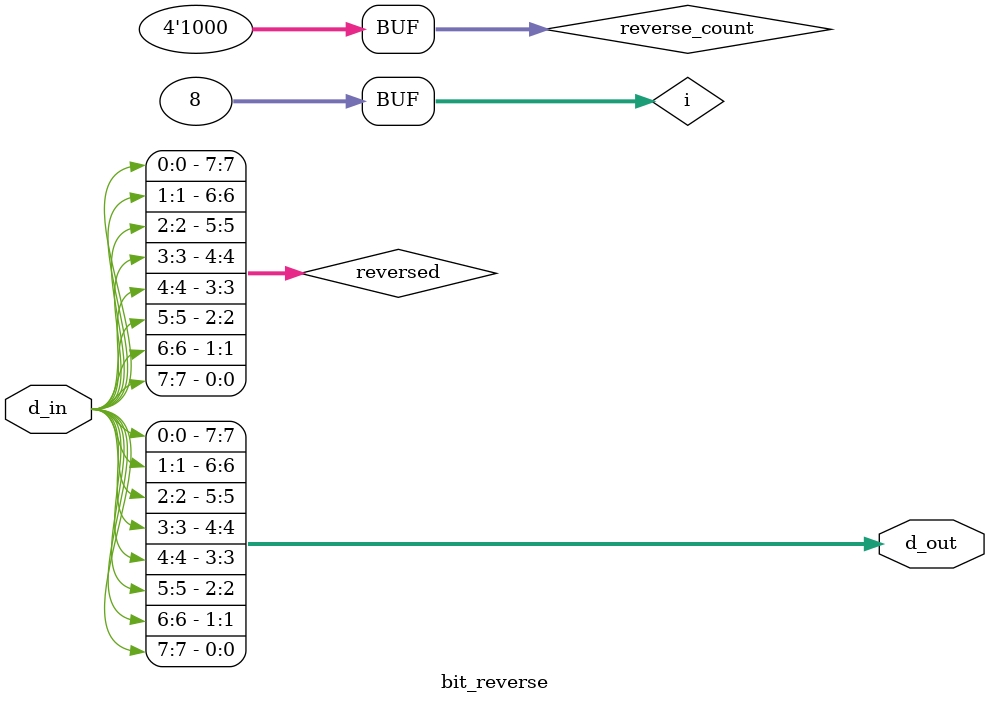
<source format=v>
`timescale 1ns / 1ps
module bit_reverse(
	input wire [7:0] d_in,
	output reg [7:0] d_out
);

/*integer i;
reg  [9:0] reversed;
wire [9:0] result;

// mirror bits in wide 10-bit value
always @*
for(i=0;i<10;i=i+1)
    reversed[i] = data_reg[9-i];

// settle LSB on its place
assign result = reversed>>(10-Reverse_Count);*/

integer i;
reg [3:0] reverse_count = 4'b1000; //8
reg [7:0] reversed;

always @*
	begin
		for(i=0;i<8;i=i+1)
			begin
				reversed[i] = d_in[7-i];
			end
		d_out = reversed>>(8-reverse_count);
	end

endmodule
</source>
